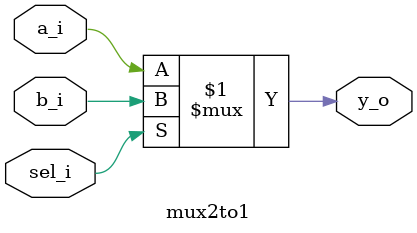
<source format=sv>
module mux2to1 (
    input logic a_i, b_i, sel_i,
    output logic y_o
);
    assign y_o = (sel_i) ? b_i : a_i;
endmodule

</source>
